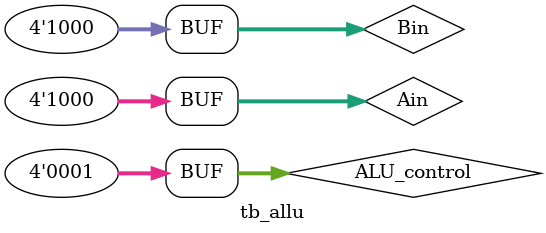
<source format=v>

module tb_allu;
  
  reg [3:0] ALU_control, Ain, Bin;
  wire [3:0] ALU_out;
  wire v,z,c;
  

  // // Case8
  initial begin 
      Ain = 4'b1000;
      Bin = 4'b1000;
      ALU_control = 4'b0001;
  end
      
  ALU alu(ALU_control, Ain, Bin, ALU_out, v, z, c);
  
  initial $monitor("ALU_OUT = %b v = %b, z = %b, c = %b", ALU_out, v, z, c);

  
endmodule
</source>
